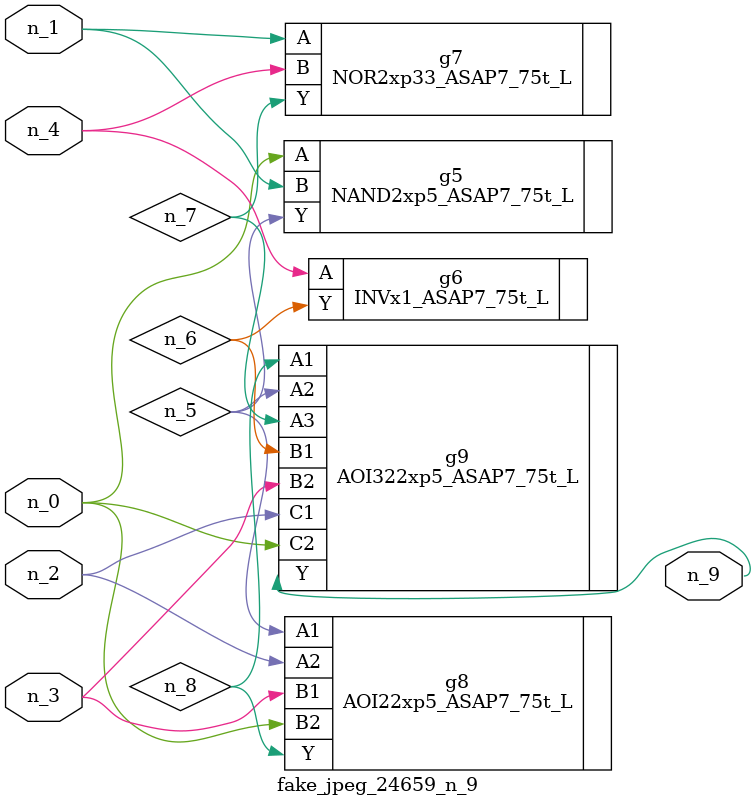
<source format=v>
module fake_jpeg_24659_n_9 (n_3, n_2, n_1, n_0, n_4, n_9);

input n_3;
input n_2;
input n_1;
input n_0;
input n_4;

output n_9;

wire n_8;
wire n_6;
wire n_5;
wire n_7;

NAND2xp5_ASAP7_75t_L g5 ( 
.A(n_0),
.B(n_1),
.Y(n_5)
);

INVx1_ASAP7_75t_L g6 ( 
.A(n_4),
.Y(n_6)
);

NOR2xp33_ASAP7_75t_L g7 ( 
.A(n_1),
.B(n_4),
.Y(n_7)
);

AOI22xp5_ASAP7_75t_L g8 ( 
.A1(n_5),
.A2(n_2),
.B1(n_3),
.B2(n_0),
.Y(n_8)
);

AOI322xp5_ASAP7_75t_L g9 ( 
.A1(n_8),
.A2(n_5),
.A3(n_7),
.B1(n_6),
.B2(n_3),
.C1(n_2),
.C2(n_0),
.Y(n_9)
);


endmodule
</source>
